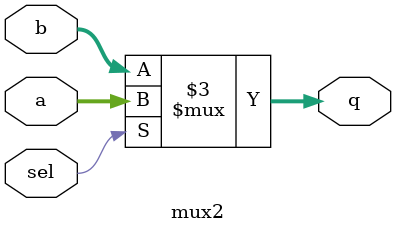
<source format=v>
module mux2(a, b, sel, q);
  input[3:0] a, b;
  input sel;
  output[3:0] q;
  reg[3:0] q;
  always @(a or b or sel)
    begin
      if (sel)
        q = a;
      else
        q = b;
    end
endmodule

</source>
